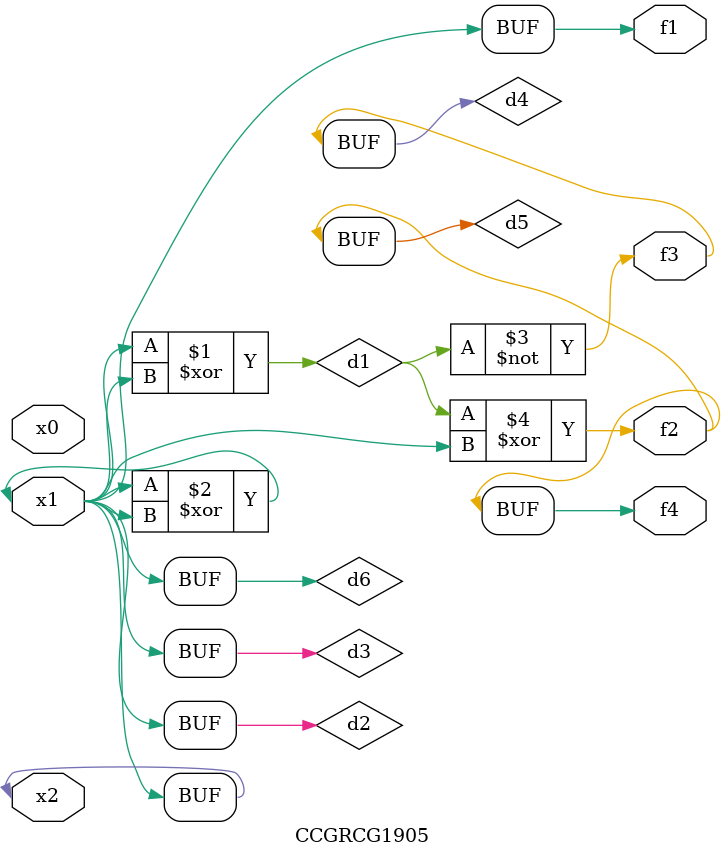
<source format=v>
module CCGRCG1905(
	input x0, x1, x2,
	output f1, f2, f3, f4
);

	wire d1, d2, d3, d4, d5, d6;

	xor (d1, x1, x2);
	buf (d2, x1, x2);
	xor (d3, x1, x2);
	nor (d4, d1);
	xor (d5, d1, d2);
	buf (d6, d2, d3);
	assign f1 = d6;
	assign f2 = d5;
	assign f3 = d4;
	assign f4 = d5;
endmodule

</source>
